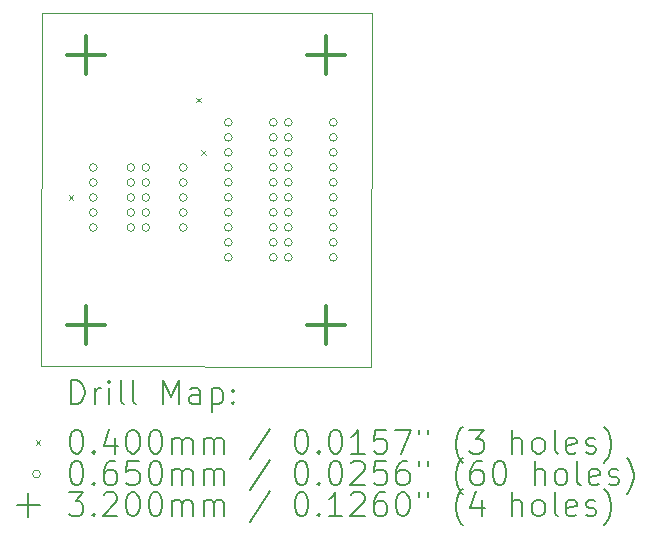
<source format=gbr>
%TF.GenerationSoftware,KiCad,Pcbnew,7.0.9-7.0.9~ubuntu22.04.1*%
%TF.CreationDate,2023-12-17T15:48:16-06:00*%
%TF.ProjectId,PacSat_JTAG_Interface,50616353-6174-45f4-9a54-41475f496e74,rev?*%
%TF.SameCoordinates,Original*%
%TF.FileFunction,Drillmap*%
%TF.FilePolarity,Positive*%
%FSLAX45Y45*%
G04 Gerber Fmt 4.5, Leading zero omitted, Abs format (unit mm)*
G04 Created by KiCad (PCBNEW 7.0.9-7.0.9~ubuntu22.04.1) date 2023-12-17 15:48:16*
%MOMM*%
%LPD*%
G01*
G04 APERTURE LIST*
%ADD10C,0.100000*%
%ADD11C,0.200000*%
%ADD12C,0.320000*%
G04 APERTURE END LIST*
D10*
X11176000Y-6858000D02*
X8382000Y-6858000D01*
X8371205Y-9842500D02*
X11170349Y-9847898D01*
X8371205Y-9842500D02*
X8382000Y-6858000D01*
X11176000Y-6858000D02*
X11170349Y-9847898D01*
D11*
D10*
X8605205Y-8395023D02*
X8645205Y-8435023D01*
X8645205Y-8395023D02*
X8605205Y-8435023D01*
X9684705Y-7569523D02*
X9724705Y-7609523D01*
X9724705Y-7569523D02*
X9684705Y-7609523D01*
X9726355Y-8014023D02*
X9766355Y-8054023D01*
X9766355Y-8014023D02*
X9726355Y-8054023D01*
X8848205Y-8161952D02*
G75*
G03*
X8848205Y-8161952I-32500J0D01*
G01*
X8848205Y-8288952D02*
G75*
G03*
X8848205Y-8288952I-32500J0D01*
G01*
X8848205Y-8415952D02*
G75*
G03*
X8848205Y-8415952I-32500J0D01*
G01*
X8848205Y-8542952D02*
G75*
G03*
X8848205Y-8542952I-32500J0D01*
G01*
X8848205Y-8669952D02*
G75*
G03*
X8848205Y-8669952I-32500J0D01*
G01*
X9165705Y-8161023D02*
G75*
G03*
X9165705Y-8161023I-32500J0D01*
G01*
X9165705Y-8288023D02*
G75*
G03*
X9165705Y-8288023I-32500J0D01*
G01*
X9165705Y-8415023D02*
G75*
G03*
X9165705Y-8415023I-32500J0D01*
G01*
X9165705Y-8542023D02*
G75*
G03*
X9165705Y-8542023I-32500J0D01*
G01*
X9165705Y-8669023D02*
G75*
G03*
X9165705Y-8669023I-32500J0D01*
G01*
X9292705Y-8161023D02*
G75*
G03*
X9292705Y-8161023I-32500J0D01*
G01*
X9292705Y-8288023D02*
G75*
G03*
X9292705Y-8288023I-32500J0D01*
G01*
X9292705Y-8415023D02*
G75*
G03*
X9292705Y-8415023I-32500J0D01*
G01*
X9292705Y-8542023D02*
G75*
G03*
X9292705Y-8542023I-32500J0D01*
G01*
X9292705Y-8669023D02*
G75*
G03*
X9292705Y-8669023I-32500J0D01*
G01*
X9610205Y-8162023D02*
G75*
G03*
X9610205Y-8162023I-32500J0D01*
G01*
X9610205Y-8289023D02*
G75*
G03*
X9610205Y-8289023I-32500J0D01*
G01*
X9610205Y-8416023D02*
G75*
G03*
X9610205Y-8416023I-32500J0D01*
G01*
X9610205Y-8543023D02*
G75*
G03*
X9610205Y-8543023I-32500J0D01*
G01*
X9610205Y-8670023D02*
G75*
G03*
X9610205Y-8670023I-32500J0D01*
G01*
X9991205Y-7780023D02*
G75*
G03*
X9991205Y-7780023I-32500J0D01*
G01*
X9991205Y-7907023D02*
G75*
G03*
X9991205Y-7907023I-32500J0D01*
G01*
X9991205Y-8034023D02*
G75*
G03*
X9991205Y-8034023I-32500J0D01*
G01*
X9991205Y-8161023D02*
G75*
G03*
X9991205Y-8161023I-32500J0D01*
G01*
X9991205Y-8288023D02*
G75*
G03*
X9991205Y-8288023I-32500J0D01*
G01*
X9991205Y-8415023D02*
G75*
G03*
X9991205Y-8415023I-32500J0D01*
G01*
X9991205Y-8542023D02*
G75*
G03*
X9991205Y-8542023I-32500J0D01*
G01*
X9991205Y-8669023D02*
G75*
G03*
X9991205Y-8669023I-32500J0D01*
G01*
X9991205Y-8796023D02*
G75*
G03*
X9991205Y-8796023I-32500J0D01*
G01*
X9991205Y-8923023D02*
G75*
G03*
X9991205Y-8923023I-32500J0D01*
G01*
X10372205Y-7780023D02*
G75*
G03*
X10372205Y-7780023I-32500J0D01*
G01*
X10372205Y-7907023D02*
G75*
G03*
X10372205Y-7907023I-32500J0D01*
G01*
X10372205Y-8034023D02*
G75*
G03*
X10372205Y-8034023I-32500J0D01*
G01*
X10372205Y-8161023D02*
G75*
G03*
X10372205Y-8161023I-32500J0D01*
G01*
X10372205Y-8288023D02*
G75*
G03*
X10372205Y-8288023I-32500J0D01*
G01*
X10372205Y-8415023D02*
G75*
G03*
X10372205Y-8415023I-32500J0D01*
G01*
X10372205Y-8542023D02*
G75*
G03*
X10372205Y-8542023I-32500J0D01*
G01*
X10372205Y-8669023D02*
G75*
G03*
X10372205Y-8669023I-32500J0D01*
G01*
X10372205Y-8796023D02*
G75*
G03*
X10372205Y-8796023I-32500J0D01*
G01*
X10372205Y-8923023D02*
G75*
G03*
X10372205Y-8923023I-32500J0D01*
G01*
X10499205Y-7780023D02*
G75*
G03*
X10499205Y-7780023I-32500J0D01*
G01*
X10499205Y-7907023D02*
G75*
G03*
X10499205Y-7907023I-32500J0D01*
G01*
X10499205Y-8034023D02*
G75*
G03*
X10499205Y-8034023I-32500J0D01*
G01*
X10499205Y-8161023D02*
G75*
G03*
X10499205Y-8161023I-32500J0D01*
G01*
X10499205Y-8288023D02*
G75*
G03*
X10499205Y-8288023I-32500J0D01*
G01*
X10499205Y-8415023D02*
G75*
G03*
X10499205Y-8415023I-32500J0D01*
G01*
X10499205Y-8542023D02*
G75*
G03*
X10499205Y-8542023I-32500J0D01*
G01*
X10499205Y-8669023D02*
G75*
G03*
X10499205Y-8669023I-32500J0D01*
G01*
X10499205Y-8796023D02*
G75*
G03*
X10499205Y-8796023I-32500J0D01*
G01*
X10499205Y-8923023D02*
G75*
G03*
X10499205Y-8923023I-32500J0D01*
G01*
X10880205Y-7780023D02*
G75*
G03*
X10880205Y-7780023I-32500J0D01*
G01*
X10880205Y-7907023D02*
G75*
G03*
X10880205Y-7907023I-32500J0D01*
G01*
X10880205Y-8034023D02*
G75*
G03*
X10880205Y-8034023I-32500J0D01*
G01*
X10880205Y-8161023D02*
G75*
G03*
X10880205Y-8161023I-32500J0D01*
G01*
X10880205Y-8288023D02*
G75*
G03*
X10880205Y-8288023I-32500J0D01*
G01*
X10880205Y-8415023D02*
G75*
G03*
X10880205Y-8415023I-32500J0D01*
G01*
X10880205Y-8542023D02*
G75*
G03*
X10880205Y-8542023I-32500J0D01*
G01*
X10880205Y-8669023D02*
G75*
G03*
X10880205Y-8669023I-32500J0D01*
G01*
X10880205Y-8796023D02*
G75*
G03*
X10880205Y-8796023I-32500J0D01*
G01*
X10880205Y-8923023D02*
G75*
G03*
X10880205Y-8923023I-32500J0D01*
G01*
D12*
X8752205Y-7048523D02*
X8752205Y-7368523D01*
X8592205Y-7208523D02*
X8912205Y-7208523D01*
X8752205Y-9334523D02*
X8752205Y-9654523D01*
X8592205Y-9494523D02*
X8912205Y-9494523D01*
X10784205Y-7048523D02*
X10784205Y-7368523D01*
X10624205Y-7208523D02*
X10944205Y-7208523D01*
X10784205Y-9334523D02*
X10784205Y-9654523D01*
X10624205Y-9494523D02*
X10944205Y-9494523D01*
D11*
X8626982Y-10164381D02*
X8626982Y-9964381D01*
X8626982Y-9964381D02*
X8674601Y-9964381D01*
X8674601Y-9964381D02*
X8703172Y-9973905D01*
X8703172Y-9973905D02*
X8722220Y-9992953D01*
X8722220Y-9992953D02*
X8731744Y-10012000D01*
X8731744Y-10012000D02*
X8741268Y-10050096D01*
X8741268Y-10050096D02*
X8741268Y-10078667D01*
X8741268Y-10078667D02*
X8731744Y-10116762D01*
X8731744Y-10116762D02*
X8722220Y-10135810D01*
X8722220Y-10135810D02*
X8703172Y-10154858D01*
X8703172Y-10154858D02*
X8674601Y-10164381D01*
X8674601Y-10164381D02*
X8626982Y-10164381D01*
X8826982Y-10164381D02*
X8826982Y-10031048D01*
X8826982Y-10069143D02*
X8836506Y-10050096D01*
X8836506Y-10050096D02*
X8846029Y-10040572D01*
X8846029Y-10040572D02*
X8865077Y-10031048D01*
X8865077Y-10031048D02*
X8884125Y-10031048D01*
X8950791Y-10164381D02*
X8950791Y-10031048D01*
X8950791Y-9964381D02*
X8941268Y-9973905D01*
X8941268Y-9973905D02*
X8950791Y-9983429D01*
X8950791Y-9983429D02*
X8960315Y-9973905D01*
X8960315Y-9973905D02*
X8950791Y-9964381D01*
X8950791Y-9964381D02*
X8950791Y-9983429D01*
X9074601Y-10164381D02*
X9055553Y-10154858D01*
X9055553Y-10154858D02*
X9046029Y-10135810D01*
X9046029Y-10135810D02*
X9046029Y-9964381D01*
X9179363Y-10164381D02*
X9160315Y-10154858D01*
X9160315Y-10154858D02*
X9150791Y-10135810D01*
X9150791Y-10135810D02*
X9150791Y-9964381D01*
X9407934Y-10164381D02*
X9407934Y-9964381D01*
X9407934Y-9964381D02*
X9474601Y-10107238D01*
X9474601Y-10107238D02*
X9541268Y-9964381D01*
X9541268Y-9964381D02*
X9541268Y-10164381D01*
X9722220Y-10164381D02*
X9722220Y-10059619D01*
X9722220Y-10059619D02*
X9712696Y-10040572D01*
X9712696Y-10040572D02*
X9693649Y-10031048D01*
X9693649Y-10031048D02*
X9655553Y-10031048D01*
X9655553Y-10031048D02*
X9636506Y-10040572D01*
X9722220Y-10154858D02*
X9703172Y-10164381D01*
X9703172Y-10164381D02*
X9655553Y-10164381D01*
X9655553Y-10164381D02*
X9636506Y-10154858D01*
X9636506Y-10154858D02*
X9626982Y-10135810D01*
X9626982Y-10135810D02*
X9626982Y-10116762D01*
X9626982Y-10116762D02*
X9636506Y-10097715D01*
X9636506Y-10097715D02*
X9655553Y-10088191D01*
X9655553Y-10088191D02*
X9703172Y-10088191D01*
X9703172Y-10088191D02*
X9722220Y-10078667D01*
X9817458Y-10031048D02*
X9817458Y-10231048D01*
X9817458Y-10040572D02*
X9836506Y-10031048D01*
X9836506Y-10031048D02*
X9874601Y-10031048D01*
X9874601Y-10031048D02*
X9893649Y-10040572D01*
X9893649Y-10040572D02*
X9903172Y-10050096D01*
X9903172Y-10050096D02*
X9912696Y-10069143D01*
X9912696Y-10069143D02*
X9912696Y-10126286D01*
X9912696Y-10126286D02*
X9903172Y-10145334D01*
X9903172Y-10145334D02*
X9893649Y-10154858D01*
X9893649Y-10154858D02*
X9874601Y-10164381D01*
X9874601Y-10164381D02*
X9836506Y-10164381D01*
X9836506Y-10164381D02*
X9817458Y-10154858D01*
X9998410Y-10145334D02*
X10007934Y-10154858D01*
X10007934Y-10154858D02*
X9998410Y-10164381D01*
X9998410Y-10164381D02*
X9988887Y-10154858D01*
X9988887Y-10154858D02*
X9998410Y-10145334D01*
X9998410Y-10145334D02*
X9998410Y-10164381D01*
X9998410Y-10040572D02*
X10007934Y-10050096D01*
X10007934Y-10050096D02*
X9998410Y-10059619D01*
X9998410Y-10059619D02*
X9988887Y-10050096D01*
X9988887Y-10050096D02*
X9998410Y-10040572D01*
X9998410Y-10040572D02*
X9998410Y-10059619D01*
D10*
X8326205Y-10472898D02*
X8366205Y-10512898D01*
X8366205Y-10472898D02*
X8326205Y-10512898D01*
D11*
X8665077Y-10384381D02*
X8684125Y-10384381D01*
X8684125Y-10384381D02*
X8703172Y-10393905D01*
X8703172Y-10393905D02*
X8712696Y-10403429D01*
X8712696Y-10403429D02*
X8722220Y-10422477D01*
X8722220Y-10422477D02*
X8731744Y-10460572D01*
X8731744Y-10460572D02*
X8731744Y-10508191D01*
X8731744Y-10508191D02*
X8722220Y-10546286D01*
X8722220Y-10546286D02*
X8712696Y-10565334D01*
X8712696Y-10565334D02*
X8703172Y-10574858D01*
X8703172Y-10574858D02*
X8684125Y-10584381D01*
X8684125Y-10584381D02*
X8665077Y-10584381D01*
X8665077Y-10584381D02*
X8646029Y-10574858D01*
X8646029Y-10574858D02*
X8636506Y-10565334D01*
X8636506Y-10565334D02*
X8626982Y-10546286D01*
X8626982Y-10546286D02*
X8617458Y-10508191D01*
X8617458Y-10508191D02*
X8617458Y-10460572D01*
X8617458Y-10460572D02*
X8626982Y-10422477D01*
X8626982Y-10422477D02*
X8636506Y-10403429D01*
X8636506Y-10403429D02*
X8646029Y-10393905D01*
X8646029Y-10393905D02*
X8665077Y-10384381D01*
X8817458Y-10565334D02*
X8826982Y-10574858D01*
X8826982Y-10574858D02*
X8817458Y-10584381D01*
X8817458Y-10584381D02*
X8807934Y-10574858D01*
X8807934Y-10574858D02*
X8817458Y-10565334D01*
X8817458Y-10565334D02*
X8817458Y-10584381D01*
X8998410Y-10451048D02*
X8998410Y-10584381D01*
X8950791Y-10374858D02*
X8903172Y-10517715D01*
X8903172Y-10517715D02*
X9026982Y-10517715D01*
X9141268Y-10384381D02*
X9160315Y-10384381D01*
X9160315Y-10384381D02*
X9179363Y-10393905D01*
X9179363Y-10393905D02*
X9188887Y-10403429D01*
X9188887Y-10403429D02*
X9198410Y-10422477D01*
X9198410Y-10422477D02*
X9207934Y-10460572D01*
X9207934Y-10460572D02*
X9207934Y-10508191D01*
X9207934Y-10508191D02*
X9198410Y-10546286D01*
X9198410Y-10546286D02*
X9188887Y-10565334D01*
X9188887Y-10565334D02*
X9179363Y-10574858D01*
X9179363Y-10574858D02*
X9160315Y-10584381D01*
X9160315Y-10584381D02*
X9141268Y-10584381D01*
X9141268Y-10584381D02*
X9122220Y-10574858D01*
X9122220Y-10574858D02*
X9112696Y-10565334D01*
X9112696Y-10565334D02*
X9103172Y-10546286D01*
X9103172Y-10546286D02*
X9093649Y-10508191D01*
X9093649Y-10508191D02*
X9093649Y-10460572D01*
X9093649Y-10460572D02*
X9103172Y-10422477D01*
X9103172Y-10422477D02*
X9112696Y-10403429D01*
X9112696Y-10403429D02*
X9122220Y-10393905D01*
X9122220Y-10393905D02*
X9141268Y-10384381D01*
X9331744Y-10384381D02*
X9350791Y-10384381D01*
X9350791Y-10384381D02*
X9369839Y-10393905D01*
X9369839Y-10393905D02*
X9379363Y-10403429D01*
X9379363Y-10403429D02*
X9388887Y-10422477D01*
X9388887Y-10422477D02*
X9398410Y-10460572D01*
X9398410Y-10460572D02*
X9398410Y-10508191D01*
X9398410Y-10508191D02*
X9388887Y-10546286D01*
X9388887Y-10546286D02*
X9379363Y-10565334D01*
X9379363Y-10565334D02*
X9369839Y-10574858D01*
X9369839Y-10574858D02*
X9350791Y-10584381D01*
X9350791Y-10584381D02*
X9331744Y-10584381D01*
X9331744Y-10584381D02*
X9312696Y-10574858D01*
X9312696Y-10574858D02*
X9303172Y-10565334D01*
X9303172Y-10565334D02*
X9293649Y-10546286D01*
X9293649Y-10546286D02*
X9284125Y-10508191D01*
X9284125Y-10508191D02*
X9284125Y-10460572D01*
X9284125Y-10460572D02*
X9293649Y-10422477D01*
X9293649Y-10422477D02*
X9303172Y-10403429D01*
X9303172Y-10403429D02*
X9312696Y-10393905D01*
X9312696Y-10393905D02*
X9331744Y-10384381D01*
X9484125Y-10584381D02*
X9484125Y-10451048D01*
X9484125Y-10470096D02*
X9493649Y-10460572D01*
X9493649Y-10460572D02*
X9512696Y-10451048D01*
X9512696Y-10451048D02*
X9541268Y-10451048D01*
X9541268Y-10451048D02*
X9560315Y-10460572D01*
X9560315Y-10460572D02*
X9569839Y-10479619D01*
X9569839Y-10479619D02*
X9569839Y-10584381D01*
X9569839Y-10479619D02*
X9579363Y-10460572D01*
X9579363Y-10460572D02*
X9598410Y-10451048D01*
X9598410Y-10451048D02*
X9626982Y-10451048D01*
X9626982Y-10451048D02*
X9646030Y-10460572D01*
X9646030Y-10460572D02*
X9655553Y-10479619D01*
X9655553Y-10479619D02*
X9655553Y-10584381D01*
X9750791Y-10584381D02*
X9750791Y-10451048D01*
X9750791Y-10470096D02*
X9760315Y-10460572D01*
X9760315Y-10460572D02*
X9779363Y-10451048D01*
X9779363Y-10451048D02*
X9807934Y-10451048D01*
X9807934Y-10451048D02*
X9826982Y-10460572D01*
X9826982Y-10460572D02*
X9836506Y-10479619D01*
X9836506Y-10479619D02*
X9836506Y-10584381D01*
X9836506Y-10479619D02*
X9846030Y-10460572D01*
X9846030Y-10460572D02*
X9865077Y-10451048D01*
X9865077Y-10451048D02*
X9893649Y-10451048D01*
X9893649Y-10451048D02*
X9912696Y-10460572D01*
X9912696Y-10460572D02*
X9922220Y-10479619D01*
X9922220Y-10479619D02*
X9922220Y-10584381D01*
X10312696Y-10374858D02*
X10141268Y-10632000D01*
X10569839Y-10384381D02*
X10588887Y-10384381D01*
X10588887Y-10384381D02*
X10607934Y-10393905D01*
X10607934Y-10393905D02*
X10617458Y-10403429D01*
X10617458Y-10403429D02*
X10626982Y-10422477D01*
X10626982Y-10422477D02*
X10636506Y-10460572D01*
X10636506Y-10460572D02*
X10636506Y-10508191D01*
X10636506Y-10508191D02*
X10626982Y-10546286D01*
X10626982Y-10546286D02*
X10617458Y-10565334D01*
X10617458Y-10565334D02*
X10607934Y-10574858D01*
X10607934Y-10574858D02*
X10588887Y-10584381D01*
X10588887Y-10584381D02*
X10569839Y-10584381D01*
X10569839Y-10584381D02*
X10550792Y-10574858D01*
X10550792Y-10574858D02*
X10541268Y-10565334D01*
X10541268Y-10565334D02*
X10531744Y-10546286D01*
X10531744Y-10546286D02*
X10522220Y-10508191D01*
X10522220Y-10508191D02*
X10522220Y-10460572D01*
X10522220Y-10460572D02*
X10531744Y-10422477D01*
X10531744Y-10422477D02*
X10541268Y-10403429D01*
X10541268Y-10403429D02*
X10550792Y-10393905D01*
X10550792Y-10393905D02*
X10569839Y-10384381D01*
X10722220Y-10565334D02*
X10731744Y-10574858D01*
X10731744Y-10574858D02*
X10722220Y-10584381D01*
X10722220Y-10584381D02*
X10712696Y-10574858D01*
X10712696Y-10574858D02*
X10722220Y-10565334D01*
X10722220Y-10565334D02*
X10722220Y-10584381D01*
X10855553Y-10384381D02*
X10874601Y-10384381D01*
X10874601Y-10384381D02*
X10893649Y-10393905D01*
X10893649Y-10393905D02*
X10903173Y-10403429D01*
X10903173Y-10403429D02*
X10912696Y-10422477D01*
X10912696Y-10422477D02*
X10922220Y-10460572D01*
X10922220Y-10460572D02*
X10922220Y-10508191D01*
X10922220Y-10508191D02*
X10912696Y-10546286D01*
X10912696Y-10546286D02*
X10903173Y-10565334D01*
X10903173Y-10565334D02*
X10893649Y-10574858D01*
X10893649Y-10574858D02*
X10874601Y-10584381D01*
X10874601Y-10584381D02*
X10855553Y-10584381D01*
X10855553Y-10584381D02*
X10836506Y-10574858D01*
X10836506Y-10574858D02*
X10826982Y-10565334D01*
X10826982Y-10565334D02*
X10817458Y-10546286D01*
X10817458Y-10546286D02*
X10807934Y-10508191D01*
X10807934Y-10508191D02*
X10807934Y-10460572D01*
X10807934Y-10460572D02*
X10817458Y-10422477D01*
X10817458Y-10422477D02*
X10826982Y-10403429D01*
X10826982Y-10403429D02*
X10836506Y-10393905D01*
X10836506Y-10393905D02*
X10855553Y-10384381D01*
X11112696Y-10584381D02*
X10998411Y-10584381D01*
X11055553Y-10584381D02*
X11055553Y-10384381D01*
X11055553Y-10384381D02*
X11036506Y-10412953D01*
X11036506Y-10412953D02*
X11017458Y-10432000D01*
X11017458Y-10432000D02*
X10998411Y-10441524D01*
X11293649Y-10384381D02*
X11198411Y-10384381D01*
X11198411Y-10384381D02*
X11188887Y-10479619D01*
X11188887Y-10479619D02*
X11198411Y-10470096D01*
X11198411Y-10470096D02*
X11217458Y-10460572D01*
X11217458Y-10460572D02*
X11265077Y-10460572D01*
X11265077Y-10460572D02*
X11284125Y-10470096D01*
X11284125Y-10470096D02*
X11293649Y-10479619D01*
X11293649Y-10479619D02*
X11303172Y-10498667D01*
X11303172Y-10498667D02*
X11303172Y-10546286D01*
X11303172Y-10546286D02*
X11293649Y-10565334D01*
X11293649Y-10565334D02*
X11284125Y-10574858D01*
X11284125Y-10574858D02*
X11265077Y-10584381D01*
X11265077Y-10584381D02*
X11217458Y-10584381D01*
X11217458Y-10584381D02*
X11198411Y-10574858D01*
X11198411Y-10574858D02*
X11188887Y-10565334D01*
X11369839Y-10384381D02*
X11503172Y-10384381D01*
X11503172Y-10384381D02*
X11417458Y-10584381D01*
X11569839Y-10384381D02*
X11569839Y-10422477D01*
X11646030Y-10384381D02*
X11646030Y-10422477D01*
X11941268Y-10660572D02*
X11931744Y-10651048D01*
X11931744Y-10651048D02*
X11912696Y-10622477D01*
X11912696Y-10622477D02*
X11903173Y-10603429D01*
X11903173Y-10603429D02*
X11893649Y-10574858D01*
X11893649Y-10574858D02*
X11884125Y-10527238D01*
X11884125Y-10527238D02*
X11884125Y-10489143D01*
X11884125Y-10489143D02*
X11893649Y-10441524D01*
X11893649Y-10441524D02*
X11903173Y-10412953D01*
X11903173Y-10412953D02*
X11912696Y-10393905D01*
X11912696Y-10393905D02*
X11931744Y-10365334D01*
X11931744Y-10365334D02*
X11941268Y-10355810D01*
X11998411Y-10384381D02*
X12122220Y-10384381D01*
X12122220Y-10384381D02*
X12055553Y-10460572D01*
X12055553Y-10460572D02*
X12084125Y-10460572D01*
X12084125Y-10460572D02*
X12103173Y-10470096D01*
X12103173Y-10470096D02*
X12112696Y-10479619D01*
X12112696Y-10479619D02*
X12122220Y-10498667D01*
X12122220Y-10498667D02*
X12122220Y-10546286D01*
X12122220Y-10546286D02*
X12112696Y-10565334D01*
X12112696Y-10565334D02*
X12103173Y-10574858D01*
X12103173Y-10574858D02*
X12084125Y-10584381D01*
X12084125Y-10584381D02*
X12026982Y-10584381D01*
X12026982Y-10584381D02*
X12007934Y-10574858D01*
X12007934Y-10574858D02*
X11998411Y-10565334D01*
X12360315Y-10584381D02*
X12360315Y-10384381D01*
X12446030Y-10584381D02*
X12446030Y-10479619D01*
X12446030Y-10479619D02*
X12436506Y-10460572D01*
X12436506Y-10460572D02*
X12417458Y-10451048D01*
X12417458Y-10451048D02*
X12388887Y-10451048D01*
X12388887Y-10451048D02*
X12369839Y-10460572D01*
X12369839Y-10460572D02*
X12360315Y-10470096D01*
X12569839Y-10584381D02*
X12550792Y-10574858D01*
X12550792Y-10574858D02*
X12541268Y-10565334D01*
X12541268Y-10565334D02*
X12531744Y-10546286D01*
X12531744Y-10546286D02*
X12531744Y-10489143D01*
X12531744Y-10489143D02*
X12541268Y-10470096D01*
X12541268Y-10470096D02*
X12550792Y-10460572D01*
X12550792Y-10460572D02*
X12569839Y-10451048D01*
X12569839Y-10451048D02*
X12598411Y-10451048D01*
X12598411Y-10451048D02*
X12617458Y-10460572D01*
X12617458Y-10460572D02*
X12626982Y-10470096D01*
X12626982Y-10470096D02*
X12636506Y-10489143D01*
X12636506Y-10489143D02*
X12636506Y-10546286D01*
X12636506Y-10546286D02*
X12626982Y-10565334D01*
X12626982Y-10565334D02*
X12617458Y-10574858D01*
X12617458Y-10574858D02*
X12598411Y-10584381D01*
X12598411Y-10584381D02*
X12569839Y-10584381D01*
X12750792Y-10584381D02*
X12731744Y-10574858D01*
X12731744Y-10574858D02*
X12722220Y-10555810D01*
X12722220Y-10555810D02*
X12722220Y-10384381D01*
X12903173Y-10574858D02*
X12884125Y-10584381D01*
X12884125Y-10584381D02*
X12846030Y-10584381D01*
X12846030Y-10584381D02*
X12826982Y-10574858D01*
X12826982Y-10574858D02*
X12817458Y-10555810D01*
X12817458Y-10555810D02*
X12817458Y-10479619D01*
X12817458Y-10479619D02*
X12826982Y-10460572D01*
X12826982Y-10460572D02*
X12846030Y-10451048D01*
X12846030Y-10451048D02*
X12884125Y-10451048D01*
X12884125Y-10451048D02*
X12903173Y-10460572D01*
X12903173Y-10460572D02*
X12912696Y-10479619D01*
X12912696Y-10479619D02*
X12912696Y-10498667D01*
X12912696Y-10498667D02*
X12817458Y-10517715D01*
X12988887Y-10574858D02*
X13007935Y-10584381D01*
X13007935Y-10584381D02*
X13046030Y-10584381D01*
X13046030Y-10584381D02*
X13065077Y-10574858D01*
X13065077Y-10574858D02*
X13074601Y-10555810D01*
X13074601Y-10555810D02*
X13074601Y-10546286D01*
X13074601Y-10546286D02*
X13065077Y-10527238D01*
X13065077Y-10527238D02*
X13046030Y-10517715D01*
X13046030Y-10517715D02*
X13017458Y-10517715D01*
X13017458Y-10517715D02*
X12998411Y-10508191D01*
X12998411Y-10508191D02*
X12988887Y-10489143D01*
X12988887Y-10489143D02*
X12988887Y-10479619D01*
X12988887Y-10479619D02*
X12998411Y-10460572D01*
X12998411Y-10460572D02*
X13017458Y-10451048D01*
X13017458Y-10451048D02*
X13046030Y-10451048D01*
X13046030Y-10451048D02*
X13065077Y-10460572D01*
X13141268Y-10660572D02*
X13150792Y-10651048D01*
X13150792Y-10651048D02*
X13169839Y-10622477D01*
X13169839Y-10622477D02*
X13179363Y-10603429D01*
X13179363Y-10603429D02*
X13188887Y-10574858D01*
X13188887Y-10574858D02*
X13198411Y-10527238D01*
X13198411Y-10527238D02*
X13198411Y-10489143D01*
X13198411Y-10489143D02*
X13188887Y-10441524D01*
X13188887Y-10441524D02*
X13179363Y-10412953D01*
X13179363Y-10412953D02*
X13169839Y-10393905D01*
X13169839Y-10393905D02*
X13150792Y-10365334D01*
X13150792Y-10365334D02*
X13141268Y-10355810D01*
D10*
X8366205Y-10756898D02*
G75*
G03*
X8366205Y-10756898I-32500J0D01*
G01*
D11*
X8665077Y-10648381D02*
X8684125Y-10648381D01*
X8684125Y-10648381D02*
X8703172Y-10657905D01*
X8703172Y-10657905D02*
X8712696Y-10667429D01*
X8712696Y-10667429D02*
X8722220Y-10686477D01*
X8722220Y-10686477D02*
X8731744Y-10724572D01*
X8731744Y-10724572D02*
X8731744Y-10772191D01*
X8731744Y-10772191D02*
X8722220Y-10810286D01*
X8722220Y-10810286D02*
X8712696Y-10829334D01*
X8712696Y-10829334D02*
X8703172Y-10838858D01*
X8703172Y-10838858D02*
X8684125Y-10848381D01*
X8684125Y-10848381D02*
X8665077Y-10848381D01*
X8665077Y-10848381D02*
X8646029Y-10838858D01*
X8646029Y-10838858D02*
X8636506Y-10829334D01*
X8636506Y-10829334D02*
X8626982Y-10810286D01*
X8626982Y-10810286D02*
X8617458Y-10772191D01*
X8617458Y-10772191D02*
X8617458Y-10724572D01*
X8617458Y-10724572D02*
X8626982Y-10686477D01*
X8626982Y-10686477D02*
X8636506Y-10667429D01*
X8636506Y-10667429D02*
X8646029Y-10657905D01*
X8646029Y-10657905D02*
X8665077Y-10648381D01*
X8817458Y-10829334D02*
X8826982Y-10838858D01*
X8826982Y-10838858D02*
X8817458Y-10848381D01*
X8817458Y-10848381D02*
X8807934Y-10838858D01*
X8807934Y-10838858D02*
X8817458Y-10829334D01*
X8817458Y-10829334D02*
X8817458Y-10848381D01*
X8998410Y-10648381D02*
X8960315Y-10648381D01*
X8960315Y-10648381D02*
X8941268Y-10657905D01*
X8941268Y-10657905D02*
X8931744Y-10667429D01*
X8931744Y-10667429D02*
X8912696Y-10696000D01*
X8912696Y-10696000D02*
X8903172Y-10734096D01*
X8903172Y-10734096D02*
X8903172Y-10810286D01*
X8903172Y-10810286D02*
X8912696Y-10829334D01*
X8912696Y-10829334D02*
X8922220Y-10838858D01*
X8922220Y-10838858D02*
X8941268Y-10848381D01*
X8941268Y-10848381D02*
X8979363Y-10848381D01*
X8979363Y-10848381D02*
X8998410Y-10838858D01*
X8998410Y-10838858D02*
X9007934Y-10829334D01*
X9007934Y-10829334D02*
X9017458Y-10810286D01*
X9017458Y-10810286D02*
X9017458Y-10762667D01*
X9017458Y-10762667D02*
X9007934Y-10743619D01*
X9007934Y-10743619D02*
X8998410Y-10734096D01*
X8998410Y-10734096D02*
X8979363Y-10724572D01*
X8979363Y-10724572D02*
X8941268Y-10724572D01*
X8941268Y-10724572D02*
X8922220Y-10734096D01*
X8922220Y-10734096D02*
X8912696Y-10743619D01*
X8912696Y-10743619D02*
X8903172Y-10762667D01*
X9198410Y-10648381D02*
X9103172Y-10648381D01*
X9103172Y-10648381D02*
X9093649Y-10743619D01*
X9093649Y-10743619D02*
X9103172Y-10734096D01*
X9103172Y-10734096D02*
X9122220Y-10724572D01*
X9122220Y-10724572D02*
X9169839Y-10724572D01*
X9169839Y-10724572D02*
X9188887Y-10734096D01*
X9188887Y-10734096D02*
X9198410Y-10743619D01*
X9198410Y-10743619D02*
X9207934Y-10762667D01*
X9207934Y-10762667D02*
X9207934Y-10810286D01*
X9207934Y-10810286D02*
X9198410Y-10829334D01*
X9198410Y-10829334D02*
X9188887Y-10838858D01*
X9188887Y-10838858D02*
X9169839Y-10848381D01*
X9169839Y-10848381D02*
X9122220Y-10848381D01*
X9122220Y-10848381D02*
X9103172Y-10838858D01*
X9103172Y-10838858D02*
X9093649Y-10829334D01*
X9331744Y-10648381D02*
X9350791Y-10648381D01*
X9350791Y-10648381D02*
X9369839Y-10657905D01*
X9369839Y-10657905D02*
X9379363Y-10667429D01*
X9379363Y-10667429D02*
X9388887Y-10686477D01*
X9388887Y-10686477D02*
X9398410Y-10724572D01*
X9398410Y-10724572D02*
X9398410Y-10772191D01*
X9398410Y-10772191D02*
X9388887Y-10810286D01*
X9388887Y-10810286D02*
X9379363Y-10829334D01*
X9379363Y-10829334D02*
X9369839Y-10838858D01*
X9369839Y-10838858D02*
X9350791Y-10848381D01*
X9350791Y-10848381D02*
X9331744Y-10848381D01*
X9331744Y-10848381D02*
X9312696Y-10838858D01*
X9312696Y-10838858D02*
X9303172Y-10829334D01*
X9303172Y-10829334D02*
X9293649Y-10810286D01*
X9293649Y-10810286D02*
X9284125Y-10772191D01*
X9284125Y-10772191D02*
X9284125Y-10724572D01*
X9284125Y-10724572D02*
X9293649Y-10686477D01*
X9293649Y-10686477D02*
X9303172Y-10667429D01*
X9303172Y-10667429D02*
X9312696Y-10657905D01*
X9312696Y-10657905D02*
X9331744Y-10648381D01*
X9484125Y-10848381D02*
X9484125Y-10715048D01*
X9484125Y-10734096D02*
X9493649Y-10724572D01*
X9493649Y-10724572D02*
X9512696Y-10715048D01*
X9512696Y-10715048D02*
X9541268Y-10715048D01*
X9541268Y-10715048D02*
X9560315Y-10724572D01*
X9560315Y-10724572D02*
X9569839Y-10743619D01*
X9569839Y-10743619D02*
X9569839Y-10848381D01*
X9569839Y-10743619D02*
X9579363Y-10724572D01*
X9579363Y-10724572D02*
X9598410Y-10715048D01*
X9598410Y-10715048D02*
X9626982Y-10715048D01*
X9626982Y-10715048D02*
X9646030Y-10724572D01*
X9646030Y-10724572D02*
X9655553Y-10743619D01*
X9655553Y-10743619D02*
X9655553Y-10848381D01*
X9750791Y-10848381D02*
X9750791Y-10715048D01*
X9750791Y-10734096D02*
X9760315Y-10724572D01*
X9760315Y-10724572D02*
X9779363Y-10715048D01*
X9779363Y-10715048D02*
X9807934Y-10715048D01*
X9807934Y-10715048D02*
X9826982Y-10724572D01*
X9826982Y-10724572D02*
X9836506Y-10743619D01*
X9836506Y-10743619D02*
X9836506Y-10848381D01*
X9836506Y-10743619D02*
X9846030Y-10724572D01*
X9846030Y-10724572D02*
X9865077Y-10715048D01*
X9865077Y-10715048D02*
X9893649Y-10715048D01*
X9893649Y-10715048D02*
X9912696Y-10724572D01*
X9912696Y-10724572D02*
X9922220Y-10743619D01*
X9922220Y-10743619D02*
X9922220Y-10848381D01*
X10312696Y-10638858D02*
X10141268Y-10896000D01*
X10569839Y-10648381D02*
X10588887Y-10648381D01*
X10588887Y-10648381D02*
X10607934Y-10657905D01*
X10607934Y-10657905D02*
X10617458Y-10667429D01*
X10617458Y-10667429D02*
X10626982Y-10686477D01*
X10626982Y-10686477D02*
X10636506Y-10724572D01*
X10636506Y-10724572D02*
X10636506Y-10772191D01*
X10636506Y-10772191D02*
X10626982Y-10810286D01*
X10626982Y-10810286D02*
X10617458Y-10829334D01*
X10617458Y-10829334D02*
X10607934Y-10838858D01*
X10607934Y-10838858D02*
X10588887Y-10848381D01*
X10588887Y-10848381D02*
X10569839Y-10848381D01*
X10569839Y-10848381D02*
X10550792Y-10838858D01*
X10550792Y-10838858D02*
X10541268Y-10829334D01*
X10541268Y-10829334D02*
X10531744Y-10810286D01*
X10531744Y-10810286D02*
X10522220Y-10772191D01*
X10522220Y-10772191D02*
X10522220Y-10724572D01*
X10522220Y-10724572D02*
X10531744Y-10686477D01*
X10531744Y-10686477D02*
X10541268Y-10667429D01*
X10541268Y-10667429D02*
X10550792Y-10657905D01*
X10550792Y-10657905D02*
X10569839Y-10648381D01*
X10722220Y-10829334D02*
X10731744Y-10838858D01*
X10731744Y-10838858D02*
X10722220Y-10848381D01*
X10722220Y-10848381D02*
X10712696Y-10838858D01*
X10712696Y-10838858D02*
X10722220Y-10829334D01*
X10722220Y-10829334D02*
X10722220Y-10848381D01*
X10855553Y-10648381D02*
X10874601Y-10648381D01*
X10874601Y-10648381D02*
X10893649Y-10657905D01*
X10893649Y-10657905D02*
X10903173Y-10667429D01*
X10903173Y-10667429D02*
X10912696Y-10686477D01*
X10912696Y-10686477D02*
X10922220Y-10724572D01*
X10922220Y-10724572D02*
X10922220Y-10772191D01*
X10922220Y-10772191D02*
X10912696Y-10810286D01*
X10912696Y-10810286D02*
X10903173Y-10829334D01*
X10903173Y-10829334D02*
X10893649Y-10838858D01*
X10893649Y-10838858D02*
X10874601Y-10848381D01*
X10874601Y-10848381D02*
X10855553Y-10848381D01*
X10855553Y-10848381D02*
X10836506Y-10838858D01*
X10836506Y-10838858D02*
X10826982Y-10829334D01*
X10826982Y-10829334D02*
X10817458Y-10810286D01*
X10817458Y-10810286D02*
X10807934Y-10772191D01*
X10807934Y-10772191D02*
X10807934Y-10724572D01*
X10807934Y-10724572D02*
X10817458Y-10686477D01*
X10817458Y-10686477D02*
X10826982Y-10667429D01*
X10826982Y-10667429D02*
X10836506Y-10657905D01*
X10836506Y-10657905D02*
X10855553Y-10648381D01*
X10998411Y-10667429D02*
X11007934Y-10657905D01*
X11007934Y-10657905D02*
X11026982Y-10648381D01*
X11026982Y-10648381D02*
X11074601Y-10648381D01*
X11074601Y-10648381D02*
X11093649Y-10657905D01*
X11093649Y-10657905D02*
X11103173Y-10667429D01*
X11103173Y-10667429D02*
X11112696Y-10686477D01*
X11112696Y-10686477D02*
X11112696Y-10705524D01*
X11112696Y-10705524D02*
X11103173Y-10734096D01*
X11103173Y-10734096D02*
X10988887Y-10848381D01*
X10988887Y-10848381D02*
X11112696Y-10848381D01*
X11293649Y-10648381D02*
X11198411Y-10648381D01*
X11198411Y-10648381D02*
X11188887Y-10743619D01*
X11188887Y-10743619D02*
X11198411Y-10734096D01*
X11198411Y-10734096D02*
X11217458Y-10724572D01*
X11217458Y-10724572D02*
X11265077Y-10724572D01*
X11265077Y-10724572D02*
X11284125Y-10734096D01*
X11284125Y-10734096D02*
X11293649Y-10743619D01*
X11293649Y-10743619D02*
X11303172Y-10762667D01*
X11303172Y-10762667D02*
X11303172Y-10810286D01*
X11303172Y-10810286D02*
X11293649Y-10829334D01*
X11293649Y-10829334D02*
X11284125Y-10838858D01*
X11284125Y-10838858D02*
X11265077Y-10848381D01*
X11265077Y-10848381D02*
X11217458Y-10848381D01*
X11217458Y-10848381D02*
X11198411Y-10838858D01*
X11198411Y-10838858D02*
X11188887Y-10829334D01*
X11474601Y-10648381D02*
X11436506Y-10648381D01*
X11436506Y-10648381D02*
X11417458Y-10657905D01*
X11417458Y-10657905D02*
X11407934Y-10667429D01*
X11407934Y-10667429D02*
X11388887Y-10696000D01*
X11388887Y-10696000D02*
X11379363Y-10734096D01*
X11379363Y-10734096D02*
X11379363Y-10810286D01*
X11379363Y-10810286D02*
X11388887Y-10829334D01*
X11388887Y-10829334D02*
X11398411Y-10838858D01*
X11398411Y-10838858D02*
X11417458Y-10848381D01*
X11417458Y-10848381D02*
X11455553Y-10848381D01*
X11455553Y-10848381D02*
X11474601Y-10838858D01*
X11474601Y-10838858D02*
X11484125Y-10829334D01*
X11484125Y-10829334D02*
X11493649Y-10810286D01*
X11493649Y-10810286D02*
X11493649Y-10762667D01*
X11493649Y-10762667D02*
X11484125Y-10743619D01*
X11484125Y-10743619D02*
X11474601Y-10734096D01*
X11474601Y-10734096D02*
X11455553Y-10724572D01*
X11455553Y-10724572D02*
X11417458Y-10724572D01*
X11417458Y-10724572D02*
X11398411Y-10734096D01*
X11398411Y-10734096D02*
X11388887Y-10743619D01*
X11388887Y-10743619D02*
X11379363Y-10762667D01*
X11569839Y-10648381D02*
X11569839Y-10686477D01*
X11646030Y-10648381D02*
X11646030Y-10686477D01*
X11941268Y-10924572D02*
X11931744Y-10915048D01*
X11931744Y-10915048D02*
X11912696Y-10886477D01*
X11912696Y-10886477D02*
X11903173Y-10867429D01*
X11903173Y-10867429D02*
X11893649Y-10838858D01*
X11893649Y-10838858D02*
X11884125Y-10791238D01*
X11884125Y-10791238D02*
X11884125Y-10753143D01*
X11884125Y-10753143D02*
X11893649Y-10705524D01*
X11893649Y-10705524D02*
X11903173Y-10676953D01*
X11903173Y-10676953D02*
X11912696Y-10657905D01*
X11912696Y-10657905D02*
X11931744Y-10629334D01*
X11931744Y-10629334D02*
X11941268Y-10619810D01*
X12103173Y-10648381D02*
X12065077Y-10648381D01*
X12065077Y-10648381D02*
X12046030Y-10657905D01*
X12046030Y-10657905D02*
X12036506Y-10667429D01*
X12036506Y-10667429D02*
X12017458Y-10696000D01*
X12017458Y-10696000D02*
X12007934Y-10734096D01*
X12007934Y-10734096D02*
X12007934Y-10810286D01*
X12007934Y-10810286D02*
X12017458Y-10829334D01*
X12017458Y-10829334D02*
X12026982Y-10838858D01*
X12026982Y-10838858D02*
X12046030Y-10848381D01*
X12046030Y-10848381D02*
X12084125Y-10848381D01*
X12084125Y-10848381D02*
X12103173Y-10838858D01*
X12103173Y-10838858D02*
X12112696Y-10829334D01*
X12112696Y-10829334D02*
X12122220Y-10810286D01*
X12122220Y-10810286D02*
X12122220Y-10762667D01*
X12122220Y-10762667D02*
X12112696Y-10743619D01*
X12112696Y-10743619D02*
X12103173Y-10734096D01*
X12103173Y-10734096D02*
X12084125Y-10724572D01*
X12084125Y-10724572D02*
X12046030Y-10724572D01*
X12046030Y-10724572D02*
X12026982Y-10734096D01*
X12026982Y-10734096D02*
X12017458Y-10743619D01*
X12017458Y-10743619D02*
X12007934Y-10762667D01*
X12246030Y-10648381D02*
X12265077Y-10648381D01*
X12265077Y-10648381D02*
X12284125Y-10657905D01*
X12284125Y-10657905D02*
X12293649Y-10667429D01*
X12293649Y-10667429D02*
X12303173Y-10686477D01*
X12303173Y-10686477D02*
X12312696Y-10724572D01*
X12312696Y-10724572D02*
X12312696Y-10772191D01*
X12312696Y-10772191D02*
X12303173Y-10810286D01*
X12303173Y-10810286D02*
X12293649Y-10829334D01*
X12293649Y-10829334D02*
X12284125Y-10838858D01*
X12284125Y-10838858D02*
X12265077Y-10848381D01*
X12265077Y-10848381D02*
X12246030Y-10848381D01*
X12246030Y-10848381D02*
X12226982Y-10838858D01*
X12226982Y-10838858D02*
X12217458Y-10829334D01*
X12217458Y-10829334D02*
X12207934Y-10810286D01*
X12207934Y-10810286D02*
X12198411Y-10772191D01*
X12198411Y-10772191D02*
X12198411Y-10724572D01*
X12198411Y-10724572D02*
X12207934Y-10686477D01*
X12207934Y-10686477D02*
X12217458Y-10667429D01*
X12217458Y-10667429D02*
X12226982Y-10657905D01*
X12226982Y-10657905D02*
X12246030Y-10648381D01*
X12550792Y-10848381D02*
X12550792Y-10648381D01*
X12636506Y-10848381D02*
X12636506Y-10743619D01*
X12636506Y-10743619D02*
X12626982Y-10724572D01*
X12626982Y-10724572D02*
X12607935Y-10715048D01*
X12607935Y-10715048D02*
X12579363Y-10715048D01*
X12579363Y-10715048D02*
X12560315Y-10724572D01*
X12560315Y-10724572D02*
X12550792Y-10734096D01*
X12760315Y-10848381D02*
X12741268Y-10838858D01*
X12741268Y-10838858D02*
X12731744Y-10829334D01*
X12731744Y-10829334D02*
X12722220Y-10810286D01*
X12722220Y-10810286D02*
X12722220Y-10753143D01*
X12722220Y-10753143D02*
X12731744Y-10734096D01*
X12731744Y-10734096D02*
X12741268Y-10724572D01*
X12741268Y-10724572D02*
X12760315Y-10715048D01*
X12760315Y-10715048D02*
X12788887Y-10715048D01*
X12788887Y-10715048D02*
X12807935Y-10724572D01*
X12807935Y-10724572D02*
X12817458Y-10734096D01*
X12817458Y-10734096D02*
X12826982Y-10753143D01*
X12826982Y-10753143D02*
X12826982Y-10810286D01*
X12826982Y-10810286D02*
X12817458Y-10829334D01*
X12817458Y-10829334D02*
X12807935Y-10838858D01*
X12807935Y-10838858D02*
X12788887Y-10848381D01*
X12788887Y-10848381D02*
X12760315Y-10848381D01*
X12941268Y-10848381D02*
X12922220Y-10838858D01*
X12922220Y-10838858D02*
X12912696Y-10819810D01*
X12912696Y-10819810D02*
X12912696Y-10648381D01*
X13093649Y-10838858D02*
X13074601Y-10848381D01*
X13074601Y-10848381D02*
X13036506Y-10848381D01*
X13036506Y-10848381D02*
X13017458Y-10838858D01*
X13017458Y-10838858D02*
X13007935Y-10819810D01*
X13007935Y-10819810D02*
X13007935Y-10743619D01*
X13007935Y-10743619D02*
X13017458Y-10724572D01*
X13017458Y-10724572D02*
X13036506Y-10715048D01*
X13036506Y-10715048D02*
X13074601Y-10715048D01*
X13074601Y-10715048D02*
X13093649Y-10724572D01*
X13093649Y-10724572D02*
X13103173Y-10743619D01*
X13103173Y-10743619D02*
X13103173Y-10762667D01*
X13103173Y-10762667D02*
X13007935Y-10781715D01*
X13179363Y-10838858D02*
X13198411Y-10848381D01*
X13198411Y-10848381D02*
X13236506Y-10848381D01*
X13236506Y-10848381D02*
X13255554Y-10838858D01*
X13255554Y-10838858D02*
X13265077Y-10819810D01*
X13265077Y-10819810D02*
X13265077Y-10810286D01*
X13265077Y-10810286D02*
X13255554Y-10791238D01*
X13255554Y-10791238D02*
X13236506Y-10781715D01*
X13236506Y-10781715D02*
X13207935Y-10781715D01*
X13207935Y-10781715D02*
X13188887Y-10772191D01*
X13188887Y-10772191D02*
X13179363Y-10753143D01*
X13179363Y-10753143D02*
X13179363Y-10743619D01*
X13179363Y-10743619D02*
X13188887Y-10724572D01*
X13188887Y-10724572D02*
X13207935Y-10715048D01*
X13207935Y-10715048D02*
X13236506Y-10715048D01*
X13236506Y-10715048D02*
X13255554Y-10724572D01*
X13331744Y-10924572D02*
X13341268Y-10915048D01*
X13341268Y-10915048D02*
X13360316Y-10886477D01*
X13360316Y-10886477D02*
X13369839Y-10867429D01*
X13369839Y-10867429D02*
X13379363Y-10838858D01*
X13379363Y-10838858D02*
X13388887Y-10791238D01*
X13388887Y-10791238D02*
X13388887Y-10753143D01*
X13388887Y-10753143D02*
X13379363Y-10705524D01*
X13379363Y-10705524D02*
X13369839Y-10676953D01*
X13369839Y-10676953D02*
X13360316Y-10657905D01*
X13360316Y-10657905D02*
X13341268Y-10629334D01*
X13341268Y-10629334D02*
X13331744Y-10619810D01*
X8266205Y-10920898D02*
X8266205Y-11120898D01*
X8166205Y-11020898D02*
X8366205Y-11020898D01*
X8607934Y-10912381D02*
X8731744Y-10912381D01*
X8731744Y-10912381D02*
X8665077Y-10988572D01*
X8665077Y-10988572D02*
X8693649Y-10988572D01*
X8693649Y-10988572D02*
X8712696Y-10998096D01*
X8712696Y-10998096D02*
X8722220Y-11007619D01*
X8722220Y-11007619D02*
X8731744Y-11026667D01*
X8731744Y-11026667D02*
X8731744Y-11074286D01*
X8731744Y-11074286D02*
X8722220Y-11093334D01*
X8722220Y-11093334D02*
X8712696Y-11102858D01*
X8712696Y-11102858D02*
X8693649Y-11112381D01*
X8693649Y-11112381D02*
X8636506Y-11112381D01*
X8636506Y-11112381D02*
X8617458Y-11102858D01*
X8617458Y-11102858D02*
X8607934Y-11093334D01*
X8817458Y-11093334D02*
X8826982Y-11102858D01*
X8826982Y-11102858D02*
X8817458Y-11112381D01*
X8817458Y-11112381D02*
X8807934Y-11102858D01*
X8807934Y-11102858D02*
X8817458Y-11093334D01*
X8817458Y-11093334D02*
X8817458Y-11112381D01*
X8903172Y-10931429D02*
X8912696Y-10921905D01*
X8912696Y-10921905D02*
X8931744Y-10912381D01*
X8931744Y-10912381D02*
X8979363Y-10912381D01*
X8979363Y-10912381D02*
X8998410Y-10921905D01*
X8998410Y-10921905D02*
X9007934Y-10931429D01*
X9007934Y-10931429D02*
X9017458Y-10950477D01*
X9017458Y-10950477D02*
X9017458Y-10969524D01*
X9017458Y-10969524D02*
X9007934Y-10998096D01*
X9007934Y-10998096D02*
X8893649Y-11112381D01*
X8893649Y-11112381D02*
X9017458Y-11112381D01*
X9141268Y-10912381D02*
X9160315Y-10912381D01*
X9160315Y-10912381D02*
X9179363Y-10921905D01*
X9179363Y-10921905D02*
X9188887Y-10931429D01*
X9188887Y-10931429D02*
X9198410Y-10950477D01*
X9198410Y-10950477D02*
X9207934Y-10988572D01*
X9207934Y-10988572D02*
X9207934Y-11036191D01*
X9207934Y-11036191D02*
X9198410Y-11074286D01*
X9198410Y-11074286D02*
X9188887Y-11093334D01*
X9188887Y-11093334D02*
X9179363Y-11102858D01*
X9179363Y-11102858D02*
X9160315Y-11112381D01*
X9160315Y-11112381D02*
X9141268Y-11112381D01*
X9141268Y-11112381D02*
X9122220Y-11102858D01*
X9122220Y-11102858D02*
X9112696Y-11093334D01*
X9112696Y-11093334D02*
X9103172Y-11074286D01*
X9103172Y-11074286D02*
X9093649Y-11036191D01*
X9093649Y-11036191D02*
X9093649Y-10988572D01*
X9093649Y-10988572D02*
X9103172Y-10950477D01*
X9103172Y-10950477D02*
X9112696Y-10931429D01*
X9112696Y-10931429D02*
X9122220Y-10921905D01*
X9122220Y-10921905D02*
X9141268Y-10912381D01*
X9331744Y-10912381D02*
X9350791Y-10912381D01*
X9350791Y-10912381D02*
X9369839Y-10921905D01*
X9369839Y-10921905D02*
X9379363Y-10931429D01*
X9379363Y-10931429D02*
X9388887Y-10950477D01*
X9388887Y-10950477D02*
X9398410Y-10988572D01*
X9398410Y-10988572D02*
X9398410Y-11036191D01*
X9398410Y-11036191D02*
X9388887Y-11074286D01*
X9388887Y-11074286D02*
X9379363Y-11093334D01*
X9379363Y-11093334D02*
X9369839Y-11102858D01*
X9369839Y-11102858D02*
X9350791Y-11112381D01*
X9350791Y-11112381D02*
X9331744Y-11112381D01*
X9331744Y-11112381D02*
X9312696Y-11102858D01*
X9312696Y-11102858D02*
X9303172Y-11093334D01*
X9303172Y-11093334D02*
X9293649Y-11074286D01*
X9293649Y-11074286D02*
X9284125Y-11036191D01*
X9284125Y-11036191D02*
X9284125Y-10988572D01*
X9284125Y-10988572D02*
X9293649Y-10950477D01*
X9293649Y-10950477D02*
X9303172Y-10931429D01*
X9303172Y-10931429D02*
X9312696Y-10921905D01*
X9312696Y-10921905D02*
X9331744Y-10912381D01*
X9484125Y-11112381D02*
X9484125Y-10979048D01*
X9484125Y-10998096D02*
X9493649Y-10988572D01*
X9493649Y-10988572D02*
X9512696Y-10979048D01*
X9512696Y-10979048D02*
X9541268Y-10979048D01*
X9541268Y-10979048D02*
X9560315Y-10988572D01*
X9560315Y-10988572D02*
X9569839Y-11007619D01*
X9569839Y-11007619D02*
X9569839Y-11112381D01*
X9569839Y-11007619D02*
X9579363Y-10988572D01*
X9579363Y-10988572D02*
X9598410Y-10979048D01*
X9598410Y-10979048D02*
X9626982Y-10979048D01*
X9626982Y-10979048D02*
X9646030Y-10988572D01*
X9646030Y-10988572D02*
X9655553Y-11007619D01*
X9655553Y-11007619D02*
X9655553Y-11112381D01*
X9750791Y-11112381D02*
X9750791Y-10979048D01*
X9750791Y-10998096D02*
X9760315Y-10988572D01*
X9760315Y-10988572D02*
X9779363Y-10979048D01*
X9779363Y-10979048D02*
X9807934Y-10979048D01*
X9807934Y-10979048D02*
X9826982Y-10988572D01*
X9826982Y-10988572D02*
X9836506Y-11007619D01*
X9836506Y-11007619D02*
X9836506Y-11112381D01*
X9836506Y-11007619D02*
X9846030Y-10988572D01*
X9846030Y-10988572D02*
X9865077Y-10979048D01*
X9865077Y-10979048D02*
X9893649Y-10979048D01*
X9893649Y-10979048D02*
X9912696Y-10988572D01*
X9912696Y-10988572D02*
X9922220Y-11007619D01*
X9922220Y-11007619D02*
X9922220Y-11112381D01*
X10312696Y-10902858D02*
X10141268Y-11160000D01*
X10569839Y-10912381D02*
X10588887Y-10912381D01*
X10588887Y-10912381D02*
X10607934Y-10921905D01*
X10607934Y-10921905D02*
X10617458Y-10931429D01*
X10617458Y-10931429D02*
X10626982Y-10950477D01*
X10626982Y-10950477D02*
X10636506Y-10988572D01*
X10636506Y-10988572D02*
X10636506Y-11036191D01*
X10636506Y-11036191D02*
X10626982Y-11074286D01*
X10626982Y-11074286D02*
X10617458Y-11093334D01*
X10617458Y-11093334D02*
X10607934Y-11102858D01*
X10607934Y-11102858D02*
X10588887Y-11112381D01*
X10588887Y-11112381D02*
X10569839Y-11112381D01*
X10569839Y-11112381D02*
X10550792Y-11102858D01*
X10550792Y-11102858D02*
X10541268Y-11093334D01*
X10541268Y-11093334D02*
X10531744Y-11074286D01*
X10531744Y-11074286D02*
X10522220Y-11036191D01*
X10522220Y-11036191D02*
X10522220Y-10988572D01*
X10522220Y-10988572D02*
X10531744Y-10950477D01*
X10531744Y-10950477D02*
X10541268Y-10931429D01*
X10541268Y-10931429D02*
X10550792Y-10921905D01*
X10550792Y-10921905D02*
X10569839Y-10912381D01*
X10722220Y-11093334D02*
X10731744Y-11102858D01*
X10731744Y-11102858D02*
X10722220Y-11112381D01*
X10722220Y-11112381D02*
X10712696Y-11102858D01*
X10712696Y-11102858D02*
X10722220Y-11093334D01*
X10722220Y-11093334D02*
X10722220Y-11112381D01*
X10922220Y-11112381D02*
X10807934Y-11112381D01*
X10865077Y-11112381D02*
X10865077Y-10912381D01*
X10865077Y-10912381D02*
X10846030Y-10940953D01*
X10846030Y-10940953D02*
X10826982Y-10960000D01*
X10826982Y-10960000D02*
X10807934Y-10969524D01*
X10998411Y-10931429D02*
X11007934Y-10921905D01*
X11007934Y-10921905D02*
X11026982Y-10912381D01*
X11026982Y-10912381D02*
X11074601Y-10912381D01*
X11074601Y-10912381D02*
X11093649Y-10921905D01*
X11093649Y-10921905D02*
X11103173Y-10931429D01*
X11103173Y-10931429D02*
X11112696Y-10950477D01*
X11112696Y-10950477D02*
X11112696Y-10969524D01*
X11112696Y-10969524D02*
X11103173Y-10998096D01*
X11103173Y-10998096D02*
X10988887Y-11112381D01*
X10988887Y-11112381D02*
X11112696Y-11112381D01*
X11284125Y-10912381D02*
X11246030Y-10912381D01*
X11246030Y-10912381D02*
X11226982Y-10921905D01*
X11226982Y-10921905D02*
X11217458Y-10931429D01*
X11217458Y-10931429D02*
X11198411Y-10960000D01*
X11198411Y-10960000D02*
X11188887Y-10998096D01*
X11188887Y-10998096D02*
X11188887Y-11074286D01*
X11188887Y-11074286D02*
X11198411Y-11093334D01*
X11198411Y-11093334D02*
X11207934Y-11102858D01*
X11207934Y-11102858D02*
X11226982Y-11112381D01*
X11226982Y-11112381D02*
X11265077Y-11112381D01*
X11265077Y-11112381D02*
X11284125Y-11102858D01*
X11284125Y-11102858D02*
X11293649Y-11093334D01*
X11293649Y-11093334D02*
X11303172Y-11074286D01*
X11303172Y-11074286D02*
X11303172Y-11026667D01*
X11303172Y-11026667D02*
X11293649Y-11007619D01*
X11293649Y-11007619D02*
X11284125Y-10998096D01*
X11284125Y-10998096D02*
X11265077Y-10988572D01*
X11265077Y-10988572D02*
X11226982Y-10988572D01*
X11226982Y-10988572D02*
X11207934Y-10998096D01*
X11207934Y-10998096D02*
X11198411Y-11007619D01*
X11198411Y-11007619D02*
X11188887Y-11026667D01*
X11426982Y-10912381D02*
X11446030Y-10912381D01*
X11446030Y-10912381D02*
X11465077Y-10921905D01*
X11465077Y-10921905D02*
X11474601Y-10931429D01*
X11474601Y-10931429D02*
X11484125Y-10950477D01*
X11484125Y-10950477D02*
X11493649Y-10988572D01*
X11493649Y-10988572D02*
X11493649Y-11036191D01*
X11493649Y-11036191D02*
X11484125Y-11074286D01*
X11484125Y-11074286D02*
X11474601Y-11093334D01*
X11474601Y-11093334D02*
X11465077Y-11102858D01*
X11465077Y-11102858D02*
X11446030Y-11112381D01*
X11446030Y-11112381D02*
X11426982Y-11112381D01*
X11426982Y-11112381D02*
X11407934Y-11102858D01*
X11407934Y-11102858D02*
X11398411Y-11093334D01*
X11398411Y-11093334D02*
X11388887Y-11074286D01*
X11388887Y-11074286D02*
X11379363Y-11036191D01*
X11379363Y-11036191D02*
X11379363Y-10988572D01*
X11379363Y-10988572D02*
X11388887Y-10950477D01*
X11388887Y-10950477D02*
X11398411Y-10931429D01*
X11398411Y-10931429D02*
X11407934Y-10921905D01*
X11407934Y-10921905D02*
X11426982Y-10912381D01*
X11569839Y-10912381D02*
X11569839Y-10950477D01*
X11646030Y-10912381D02*
X11646030Y-10950477D01*
X11941268Y-11188572D02*
X11931744Y-11179048D01*
X11931744Y-11179048D02*
X11912696Y-11150477D01*
X11912696Y-11150477D02*
X11903173Y-11131429D01*
X11903173Y-11131429D02*
X11893649Y-11102858D01*
X11893649Y-11102858D02*
X11884125Y-11055238D01*
X11884125Y-11055238D02*
X11884125Y-11017143D01*
X11884125Y-11017143D02*
X11893649Y-10969524D01*
X11893649Y-10969524D02*
X11903173Y-10940953D01*
X11903173Y-10940953D02*
X11912696Y-10921905D01*
X11912696Y-10921905D02*
X11931744Y-10893334D01*
X11931744Y-10893334D02*
X11941268Y-10883810D01*
X12103173Y-10979048D02*
X12103173Y-11112381D01*
X12055553Y-10902858D02*
X12007934Y-11045715D01*
X12007934Y-11045715D02*
X12131744Y-11045715D01*
X12360315Y-11112381D02*
X12360315Y-10912381D01*
X12446030Y-11112381D02*
X12446030Y-11007619D01*
X12446030Y-11007619D02*
X12436506Y-10988572D01*
X12436506Y-10988572D02*
X12417458Y-10979048D01*
X12417458Y-10979048D02*
X12388887Y-10979048D01*
X12388887Y-10979048D02*
X12369839Y-10988572D01*
X12369839Y-10988572D02*
X12360315Y-10998096D01*
X12569839Y-11112381D02*
X12550792Y-11102858D01*
X12550792Y-11102858D02*
X12541268Y-11093334D01*
X12541268Y-11093334D02*
X12531744Y-11074286D01*
X12531744Y-11074286D02*
X12531744Y-11017143D01*
X12531744Y-11017143D02*
X12541268Y-10998096D01*
X12541268Y-10998096D02*
X12550792Y-10988572D01*
X12550792Y-10988572D02*
X12569839Y-10979048D01*
X12569839Y-10979048D02*
X12598411Y-10979048D01*
X12598411Y-10979048D02*
X12617458Y-10988572D01*
X12617458Y-10988572D02*
X12626982Y-10998096D01*
X12626982Y-10998096D02*
X12636506Y-11017143D01*
X12636506Y-11017143D02*
X12636506Y-11074286D01*
X12636506Y-11074286D02*
X12626982Y-11093334D01*
X12626982Y-11093334D02*
X12617458Y-11102858D01*
X12617458Y-11102858D02*
X12598411Y-11112381D01*
X12598411Y-11112381D02*
X12569839Y-11112381D01*
X12750792Y-11112381D02*
X12731744Y-11102858D01*
X12731744Y-11102858D02*
X12722220Y-11083810D01*
X12722220Y-11083810D02*
X12722220Y-10912381D01*
X12903173Y-11102858D02*
X12884125Y-11112381D01*
X12884125Y-11112381D02*
X12846030Y-11112381D01*
X12846030Y-11112381D02*
X12826982Y-11102858D01*
X12826982Y-11102858D02*
X12817458Y-11083810D01*
X12817458Y-11083810D02*
X12817458Y-11007619D01*
X12817458Y-11007619D02*
X12826982Y-10988572D01*
X12826982Y-10988572D02*
X12846030Y-10979048D01*
X12846030Y-10979048D02*
X12884125Y-10979048D01*
X12884125Y-10979048D02*
X12903173Y-10988572D01*
X12903173Y-10988572D02*
X12912696Y-11007619D01*
X12912696Y-11007619D02*
X12912696Y-11026667D01*
X12912696Y-11026667D02*
X12817458Y-11045715D01*
X12988887Y-11102858D02*
X13007935Y-11112381D01*
X13007935Y-11112381D02*
X13046030Y-11112381D01*
X13046030Y-11112381D02*
X13065077Y-11102858D01*
X13065077Y-11102858D02*
X13074601Y-11083810D01*
X13074601Y-11083810D02*
X13074601Y-11074286D01*
X13074601Y-11074286D02*
X13065077Y-11055238D01*
X13065077Y-11055238D02*
X13046030Y-11045715D01*
X13046030Y-11045715D02*
X13017458Y-11045715D01*
X13017458Y-11045715D02*
X12998411Y-11036191D01*
X12998411Y-11036191D02*
X12988887Y-11017143D01*
X12988887Y-11017143D02*
X12988887Y-11007619D01*
X12988887Y-11007619D02*
X12998411Y-10988572D01*
X12998411Y-10988572D02*
X13017458Y-10979048D01*
X13017458Y-10979048D02*
X13046030Y-10979048D01*
X13046030Y-10979048D02*
X13065077Y-10988572D01*
X13141268Y-11188572D02*
X13150792Y-11179048D01*
X13150792Y-11179048D02*
X13169839Y-11150477D01*
X13169839Y-11150477D02*
X13179363Y-11131429D01*
X13179363Y-11131429D02*
X13188887Y-11102858D01*
X13188887Y-11102858D02*
X13198411Y-11055238D01*
X13198411Y-11055238D02*
X13198411Y-11017143D01*
X13198411Y-11017143D02*
X13188887Y-10969524D01*
X13188887Y-10969524D02*
X13179363Y-10940953D01*
X13179363Y-10940953D02*
X13169839Y-10921905D01*
X13169839Y-10921905D02*
X13150792Y-10893334D01*
X13150792Y-10893334D02*
X13141268Y-10883810D01*
M02*

</source>
